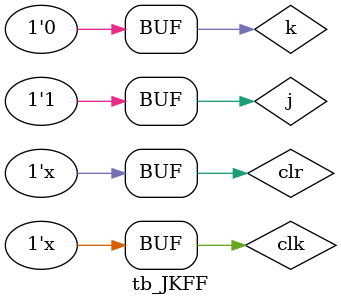
<source format=v>
`timescale 1ns/1ps
module JKFF(input J, K, CLK, CLR, output Q);
    reg Qi;
    always @(negedge CLK) begin
        if(CLR == 1) begin Qi <= 1'b0; end
        else begin 
            if(J & ~K) Qi <= 1'b1;
            else if (K & ~J) Qi <= 1'b0;
            else if(J & K) Qi <= ~Qi;
        end
    end
    assign Q = Qi;
endmodule

`timescale 1ns/1ps
module tb_JKFF();
    reg clk, clr, j, k;
    wire q;

    initial begin
        clk = 0;
        clr = 1;
    end

    always #5 clk = ~clk;
    always #100 clr = ~clr;

    always begin
        j = 0; k = 0;
        #10; j = 1; k = 0;        
        #10; j = 0; k = 1;
        #50; j = 0; k = 1;
        #20; j = 1; k = 0;
        #400;
   end

   JKFF uut (j, k, clk, clr, q);

endmodule
</source>
